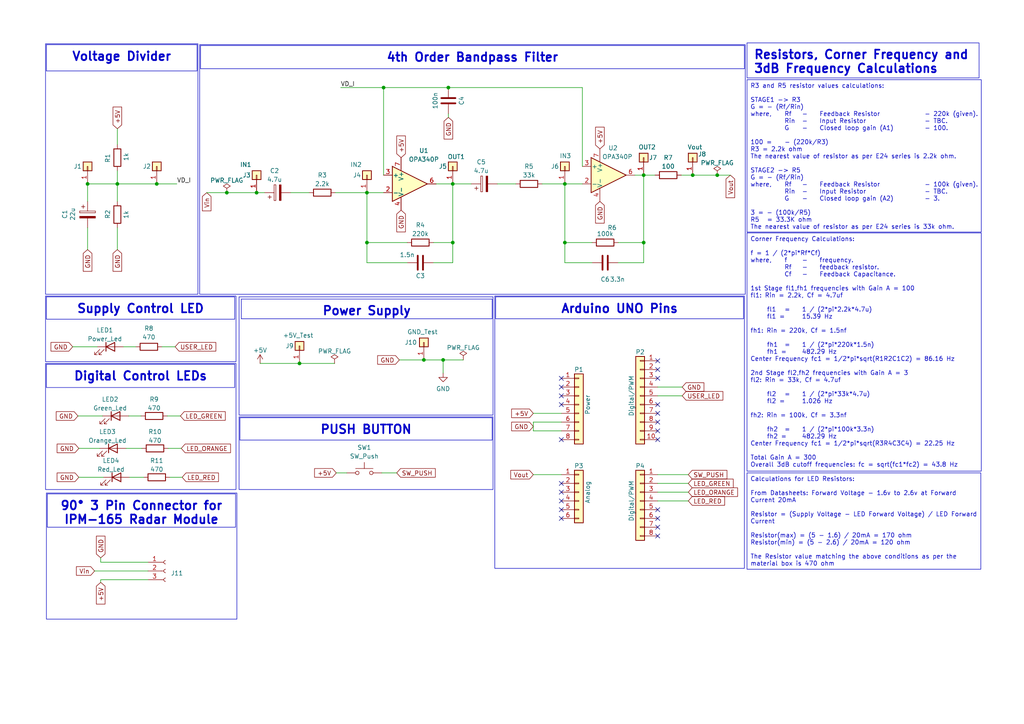
<source format=kicad_sch>
(kicad_sch (version 20230121) (generator eeschema)
  (paper "A4")
  (title_block (title "Movement Detector based on IPM-165 Radar Module") (date "2023-04-26") (rev "1,2") (company "HDA Student/Girish Tabaraddi; Ananya Harish; Drashti Shah") (comment 1 "Group D3"))
  (lib_symbols
    (symbol "Amplifier_Operational:OPA340P" (pin_names (offset 0.127))
      (property "Reference" "U" (at 0 6.35 0))
      (property "Value" "OPA340P" (at 0 3.81 0))
      (symbol "OPA340P_0_1"
        (polyline (pts (xy -5.08 5.08) (xy 5.08 0) (xy -5.08 -5.08) (xy -5.08 5.08)) (stroke (width 0.254)) (fill (type background)))
      )
      (symbol "OPA340P_1_1"
        (pin no_connect line (at -5.08 -2.54 90) (length 2.54) hide (name "NC") (number "1"))
        (pin input line (at -7.62 -2.54 0) (length 2.54) (name "-") (number "2"))
        (pin input line (at -7.62 2.54 0) (length 2.54) (name "+") (number "3"))
        (pin power_in line (at -2.54 -7.62 90) (length 3.81) (name "V-") (number "4"))
        (pin no_connect line (at -2.54 -2.54 90) (length 2.54) hide (name "NC") (number "5"))
        (pin output line (at 7.62 0 180) (length 2.54) (name "~") (number "6"))
        (pin power_in line (at -2.54 7.62 270) (length 3.81) (name "V+") (number "7"))
        (pin no_connect line (at 0 -2.54 90) (length 2.54) hide (name "NC") (number "8"))
      )
    )
    (symbol "Connector:Conn_01x03_Socket" (pin_names (offset 1.016) hide)
      (property "Reference" "J" (at 0 5.08 0))
      (property "Value" "Conn_01x03_Socket" (at 0 -5.08 0))
      (symbol "Conn_01x03_Socket_1_1"
        (arc (start 0 -2.032) (mid -0.5058 -2.54) (end 0 -3.048) (stroke (width 0.1524)))
        (polyline (pts (xy -1.27 -2.54) (xy -0.508 -2.54)) (stroke (width 0.1524)))
        (polyline (pts (xy -1.27 0) (xy -0.508 0)) (stroke (width 0.1524)))
        (polyline (pts (xy -1.27 2.54) (xy -0.508 2.54)) (stroke (width 0.1524)))
        (arc (start 0 0.508) (mid -0.5058 0) (end 0 -0.508) (stroke (width 0.1524)))
        (arc (start 0 3.048) (mid -0.5058 2.54) (end 0 2.032) (stroke (width 0.1524)))
        (pin passive line (at -5.08 2.54 0) (length 3.81) (name "Pin_1") (number "1"))
        (pin passive line (at -5.08 0 0) (length 3.81) (name "Pin_2") (number "2"))
        (pin passive line (at -5.08 -2.54 0) (length 3.81) (name "Pin_3") (number "3"))
      )
    )
    (symbol "Connector_Generic:Conn_01x01" (pin_names (offset 1.016) hide)
      (property "Reference" "J" (at 0 2.54 0))
      (property "Value" "Conn_01x01" (at 0 -2.54 0))
      (symbol "Conn_01x01_1_1"
        (rectangle (start -1.27 0.127) (end 0 -0.127) (stroke (width 0.1524)))
        (rectangle (start -1.27 1.27) (end 1.27 -1.27) (stroke (width 0.254)) (fill (type background)))
        (pin passive line (at -5.08 0 0) (length 3.81) (name "Pin_1") (number "1"))
      )
    )
    (symbol "Connector_Generic:Conn_01x06" (pin_names (offset 1.016) hide)
      (property "Reference" "J" (at 0 7.62 0))
      (property "Value" "Conn_01x06" (at 0 -10.16 0))
      (symbol "Conn_01x06_1_1"
        (rectangle (start -1.27 -7.493) (end 0 -7.747) (stroke (width 0.1524)))
        (rectangle (start -1.27 -4.953) (end 0 -5.207) (stroke (width 0.1524)))
        (rectangle (start -1.27 -2.413) (end 0 -2.667) (stroke (width 0.1524)))
        (rectangle (start -1.27 0.127) (end 0 -0.127) (stroke (width 0.1524)))
        (rectangle (start -1.27 2.667) (end 0 2.413) (stroke (width 0.1524)))
        (rectangle (start -1.27 5.207) (end 0 4.953) (stroke (width 0.1524)))
        (rectangle (start -1.27 6.35) (end 1.27 -8.89) (stroke (width 0.254)) (fill (type background)))
        (pin passive line (at -5.08 5.08 0) (length 3.81) (name "Pin_1") (number "1"))
        (pin passive line (at -5.08 2.54 0) (length 3.81) (name "Pin_2") (number "2"))
        (pin passive line (at -5.08 0 0) (length 3.81) (name "Pin_3") (number "3"))
        (pin passive line (at -5.08 -2.54 0) (length 3.81) (name "Pin_4") (number "4"))
        (pin passive line (at -5.08 -5.08 0) (length 3.81) (name "Pin_5") (number "5"))
        (pin passive line (at -5.08 -7.62 0) (length 3.81) (name "Pin_6") (number "6"))
      )
    )
    (symbol "Connector_Generic:Conn_01x08" (pin_names (offset 1.016) hide)
      (property "Reference" "J" (at 0 10.16 0))
      (property "Value" "Conn_01x08" (at 0 -12.7 0))
      (symbol "Conn_01x08_1_1"
        (rectangle (start -1.27 -10.033) (end 0 -10.287) (stroke (width 0.1524)))
        (rectangle (start -1.27 -7.493) (end 0 -7.747) (stroke (width 0.1524)))
        (rectangle (start -1.27 -4.953) (end 0 -5.207) (stroke (width 0.1524)))
        (rectangle (start -1.27 -2.413) (end 0 -2.667) (stroke (width 0.1524)))
        (rectangle (start -1.27 0.127) (end 0 -0.127) (stroke (width 0.1524)))
        (rectangle (start -1.27 2.667) (end 0 2.413) (stroke (width 0.1524)))
        (rectangle (start -1.27 5.207) (end 0 4.953) (stroke (width 0.1524)))
        (rectangle (start -1.27 7.747) (end 0 7.493) (stroke (width 0.1524)))
        (rectangle (start -1.27 8.89) (end 1.27 -11.43) (stroke (width 0.254)) (fill (type background)))
        (pin passive line (at -5.08 7.62 0) (length 3.81) (name "Pin_1") (number "1"))
        (pin passive line (at -5.08 5.08 0) (length 3.81) (name "Pin_2") (number "2"))
        (pin passive line (at -5.08 2.54 0) (length 3.81) (name "Pin_3") (number "3"))
        (pin passive line (at -5.08 0 0) (length 3.81) (name "Pin_4") (number "4"))
        (pin passive line (at -5.08 -2.54 0) (length 3.81) (name "Pin_5") (number "5"))
        (pin passive line (at -5.08 -5.08 0) (length 3.81) (name "Pin_6") (number "6"))
        (pin passive line (at -5.08 -7.62 0) (length 3.81) (name "Pin_7") (number "7"))
        (pin passive line (at -5.08 -10.16 0) (length 3.81) (name "Pin_8") (number "8"))
      )
    )
    (symbol "Connector_Generic:Conn_01x10" (pin_names (offset 1.016) hide)
      (property "Reference" "J" (at 0 12.7 0))
      (property "Value" "Conn_01x10" (at 0 -15.24 0))
      (symbol "Conn_01x10_1_1"
        (rectangle (start -1.27 -12.573) (end 0 -12.827) (stroke (width 0.1524)))
        (rectangle (start -1.27 -10.033) (end 0 -10.287) (stroke (width 0.1524)))
        (rectangle (start -1.27 -7.493) (end 0 -7.747) (stroke (width 0.1524)))
        (rectangle (start -1.27 -4.953) (end 0 -5.207) (stroke (width 0.1524)))
        (rectangle (start -1.27 -2.413) (end 0 -2.667) (stroke (width 0.1524)))
        (rectangle (start -1.27 0.127) (end 0 -0.127) (stroke (width 0.1524)))
        (rectangle (start -1.27 2.667) (end 0 2.413) (stroke (width 0.1524)))
        (rectangle (start -1.27 5.207) (end 0 4.953) (stroke (width 0.1524)))
        (rectangle (start -1.27 7.747) (end 0 7.493) (stroke (width 0.1524)))
        (rectangle (start -1.27 10.287) (end 0 10.033) (stroke (width 0.1524)))
        (rectangle (start -1.27 11.43) (end 1.27 -13.97) (stroke (width 0.254)) (fill (type background)))
        (pin passive line (at -5.08 10.16 0) (length 3.81) (name "Pin_1") (number "1"))
        (pin passive line (at -5.08 -12.7 0) (length 3.81) (name "Pin_10") (number "10"))
        (pin passive line (at -5.08 7.62 0) (length 3.81) (name "Pin_2") (number "2"))
        (pin passive line (at -5.08 5.08 0) (length 3.81) (name "Pin_3") (number "3"))
        (pin passive line (at -5.08 2.54 0) (length 3.81) (name "Pin_4") (number "4"))
        (pin passive line (at -5.08 0 0) (length 3.81) (name "Pin_5") (number "5"))
        (pin passive line (at -5.08 -2.54 0) (length 3.81) (name "Pin_6") (number "6"))
        (pin passive line (at -5.08 -5.08 0) (length 3.81) (name "Pin_7") (number "7"))
        (pin passive line (at -5.08 -7.62 0) (length 3.81) (name "Pin_8") (number "8"))
        (pin passive line (at -5.08 -10.16 0) (length 3.81) (name "Pin_9") (number "9"))
      )
    )
    (symbol "Device:C" (pin_numbers hide) (pin_names (offset 0.254))
      (property "Reference" "C" (at 0.635 2.54 0))
      (property "Value" "C" (at 0.635 -2.54 0))
      (symbol "C_0_1"
        (polyline (pts (xy -2.032 -0.762) (xy 2.032 -0.762)) (stroke (width 0.508)))
        (polyline (pts (xy -2.032 0.762) (xy 2.032 0.762)) (stroke (width 0.508)))
      )
      (symbol "C_1_1"
        (pin passive line (at 0 3.81 270) (length 2.794) (name "~") (number "1"))
        (pin passive line (at 0 -3.81 90) (length 2.794) (name "~") (number "2"))
      )
    )
    (symbol "Device:C_Polarized" (pin_numbers hide) (pin_names (offset 0.254))
      (property "Reference" "C" (at 0.635 2.54 0))
      (property "Value" "C_Polarized" (at 0.635 -2.54 0))
      (symbol "C_Polarized_0_1"
        (rectangle (start -2.286 0.508) (end 2.286 1.016))
        (polyline (pts (xy -1.778 2.286) (xy -0.762 2.286)))
        (polyline (pts (xy -1.27 2.794) (xy -1.27 1.778)))
        (rectangle (start 2.286 -0.508) (end -2.286 -1.016) (fill (type outline)))
      )
      (symbol "C_Polarized_1_1"
        (pin passive line (at 0 3.81 270) (length 2.794) (name "~") (number "1"))
        (pin passive line (at 0 -3.81 90) (length 2.794) (name "~") (number "2"))
      )
    )
    (symbol "Device:LED" (pin_numbers hide) (pin_names (offset 1.016) hide)
      (property "Reference" "D" (at 0 2.54 0))
      (property "Value" "LED" (at 0 -2.54 0))
      (symbol "LED_0_1"
        (polyline (pts (xy -1.27 -1.27) (xy -1.27 1.27)) (stroke (width 0.254)))
        (polyline (pts (xy -1.27 0) (xy 1.27 0)))
        (polyline (pts (xy 1.27 -1.27) (xy 1.27 1.27) (xy -1.27 0) (xy 1.27 -1.27)) (stroke (width 0.254)))
        (polyline (pts (xy -3.048 -0.762) (xy -4.572 -2.286) (xy -3.81 -2.286) (xy -4.572 -2.286) (xy -4.572 -1.524)))
        (polyline (pts (xy -1.778 -0.762) (xy -3.302 -2.286) (xy -2.54 -2.286) (xy -3.302 -2.286) (xy -3.302 -1.524)))
      )
      (symbol "LED_1_1"
        (pin passive line (at -3.81 0 0) (length 2.54) (name "K") (number "1"))
        (pin passive line (at 3.81 0 180) (length 2.54) (name "A") (number "2"))
      )
    )
    (symbol "Device:R" (pin_numbers hide) (pin_names (offset 0))
      (property "Reference" "R" (at 2.032 0 90))
      (property "Value" "R" (at 0 0 90))
      (symbol "R_0_1"
        (rectangle (start -1.016 -2.54) (end 1.016 2.54) (stroke (width 0.254)))
      )
      (symbol "R_1_1"
        (pin passive line (at 0 3.81 270) (length 1.27) (name "~") (number "1"))
        (pin passive line (at 0 -3.81 90) (length 1.27) (name "~") (number "2"))
      )
    )
    (symbol "Switch:SW_Push" (pin_numbers hide) (pin_names (offset 1.016) hide)
      (property "Reference" "SW" (at 1.27 2.54 0))
      (property "Value" "SW_Push" (at 0 -1.524 0))
      (symbol "SW_Push_0_1"
        (circle (center -2.032 0) (radius 0.508))
        (polyline (pts (xy 0 1.27) (xy 0 3.048)))
        (polyline (pts (xy 2.54 1.27) (xy -2.54 1.27)))
        (circle (center 2.032 0) (radius 0.508))
        (pin passive line (at -5.08 0 0) (length 2.54) (name "1") (number "1"))
        (pin passive line (at 5.08 0 180) (length 2.54) (name "2") (number "2"))
      )
    )
    (symbol "power:+5V" (power) (pin_names (offset 0))
      (property "Value" "+5V" (at 0 3.556 0))
      (symbol "+5V_0_1"
        (polyline (pts (xy -0.762 1.27) (xy 0 2.54)))
        (polyline (pts (xy 0 0) (xy 0 2.54)))
        (polyline (pts (xy 0 2.54) (xy 0.762 1.27)))
      )
      (symbol "+5V_1_1"
        (pin power_in line (at 0 0 90) (length 0) hide (name "+5V") (number "1"))
      )
    )
    (symbol "power:GND" (power) (pin_names (offset 0))
      (property "Value" "GND" (at 0 -3.81 0))
      (symbol "GND_0_1"
        (polyline (pts (xy 0 0) (xy 0 -1.27) (xy 1.27 -1.27) (xy 0 -2.54) (xy -1.27 -1.27) (xy 0 -1.27)))
      )
      (symbol "GND_1_1"
        (pin power_in line (at 0 0 270) (length 0) hide (name "GND") (number "1"))
      )
    )
    (symbol "power:PWR_FLAG" (power) (pin_numbers hide) (pin_names (offset 0) hide)
      (property "Value" "PWR_FLAG" (at 0 3.81 0))
      (symbol "PWR_FLAG_0_0"
        (pin power_out line (at 0 0 90) (length 0) (name "pwr") (number "1"))
      )
      (symbol "PWR_FLAG_0_1"
        (polyline (pts (xy 0 0) (xy 0 1.27) (xy -1.016 1.905) (xy 0 2.54) (xy 1.016 1.905) (xy 0 1.27)))
      )
    )
  )
  (junction (at 106.426 70.358))
  (junction (at 45.466 53.34))
  (junction (at 122.936 104.394))
  (junction (at 186.69 70.358))
  (junction (at 34.036 53.34))
  (junction (at 106.426 55.88))
  (junction (at 131.318 70.358))
  (junction (at 200.914 50.8))
  (junction (at 111.252 25.4))
  (junction (at 74.422 55.88))
  (junction (at 163.83 53.34))
  (junction (at 208.026 50.8))
  (junction (at 65.786 55.88))
  (junction (at 130.048 25.4))
  (junction (at 128.524 104.394))
  (junction (at 186.69 50.8))
  (junction (at 25.4 53.34))
  (junction (at 163.83 70.358))
  (junction (at 86.868 105.41))
  (junction (at 131.318 53.34))
  (no_connect (at 162.814 147.828))
  (no_connect (at 162.814 142.748))
  (no_connect (at 190.754 119.888))
  (no_connect (at 190.754 150.368))
  (no_connect (at 190.754 155.448))
  (no_connect (at 190.754 109.728))
  (no_connect (at 162.814 140.208))
  (no_connect (at 190.754 152.908))
  (no_connect (at 190.754 124.968))
  (no_connect (at 162.814 114.808))
  (no_connect (at 190.754 147.828))
  (no_connect (at 162.814 150.368))
  (no_connect (at 190.754 107.188))
  (no_connect (at 190.754 104.648))
  (no_connect (at 190.754 117.348))
  (no_connect (at 190.754 127.508))
  (no_connect (at 162.814 112.268))
  (no_connect (at 162.814 145.288))
  (no_connect (at 162.814 117.348))
  (no_connect (at 162.814 109.728))
  (no_connect (at 162.814 127.508))
  (no_connect (at 190.754 122.428))
  (wire (pts (xy 154.686 119.888) (xy 162.814 119.888)))
  (wire (pts (xy 29.21 168.148) (xy 42.926 168.148)))
  (wire (pts (xy 110.744 137.16) (xy 115.062 137.16)))
  (wire (pts (xy 65.786 55.88) (xy 74.422 55.88)))
  (wire (pts (xy 74.422 55.88) (xy 76.708 55.88)))
  (wire (pts (xy 190.754 140.208) (xy 199.644 140.208)))
  (wire (pts (xy 162.814 124.968) (xy 154.686 124.968)))
  (wire (pts (xy 29.21 163.068) (xy 29.21 161.798)))
  (wire (pts (xy 157.226 53.34) (xy 163.83 53.34)))
  (wire (pts (xy 208.026 50.8) (xy 211.836 50.8)))
  (wire (pts (xy 35.814 100.584) (xy 39.37 100.584)))
  (wire (pts (xy 163.83 76.2) (xy 171.704 76.2)))
  (wire (pts (xy 128.524 104.394) (xy 134.366 104.394)))
  (wire (pts (xy 190.754 114.808) (xy 197.866 114.808)))
  (wire (pts (xy 106.426 76.2) (xy 106.426 70.358)))
  (wire (pts (xy 144.272 53.34) (xy 149.606 53.34)))
  (wire (pts (xy 27.432 165.608) (xy 42.926 165.608)))
  (wire (pts (xy 86.868 105.41) (xy 97.028 105.41)))
  (wire (pts (xy 29.21 168.91) (xy 29.21 168.148)))
  (wire (pts (xy 130.048 25.4) (xy 168.91 25.4)))
  (wire (pts (xy 34.036 66.04) (xy 34.036 72.39)))
  (wire (pts (xy 179.324 76.2) (xy 186.69 76.2)))
  (wire (pts (xy 106.426 55.88) (xy 106.426 70.358)))
  (wire (pts (xy 154.686 122.428) (xy 154.686 124.968)))
  (wire (pts (xy 111.252 55.88) (xy 106.426 55.88)))
  (wire (pts (xy 37.338 120.65) (xy 40.894 120.65)))
  (wire (pts (xy 154.686 137.668) (xy 162.814 137.668)))
  (wire (pts (xy 126.492 53.34) (xy 131.318 53.34)))
  (wire (pts (xy 131.318 53.34) (xy 136.652 53.34)))
  (wire (pts (xy 84.328 55.88) (xy 89.662 55.88)))
  (wire (pts (xy 22.606 120.65) (xy 29.718 120.65)))
  (wire (pts (xy 190.754 137.668) (xy 199.644 137.668)))
  (wire (pts (xy 186.69 70.358) (xy 186.69 76.2)))
  (wire (pts (xy 122.936 104.394) (xy 128.524 104.394)))
  (wire (pts (xy 21.082 100.584) (xy 28.194 100.584)))
  (wire (pts (xy 25.4 58.42) (xy 25.4 53.34)))
  (wire (pts (xy 163.83 53.34) (xy 163.83 70.358)))
  (wire (pts (xy 115.824 104.394) (xy 122.936 104.394)))
  (wire (pts (xy 179.324 70.358) (xy 186.69 70.358)))
  (wire (pts (xy 125.73 76.2) (xy 131.318 76.2)))
  (wire (pts (xy 25.4 66.04) (xy 25.4 72.39)))
  (wire (pts (xy 25.4 53.34) (xy 34.036 53.34)))
  (wire (pts (xy 36.576 130.048) (xy 41.148 130.048)))
  (wire (pts (xy 163.83 70.358) (xy 171.704 70.358)))
  (wire (pts (xy 111.252 50.8) (xy 111.252 25.4)))
  (wire (pts (xy 48.514 120.65) (xy 52.324 120.65)))
  (wire (pts (xy 42.926 163.068) (xy 29.21 163.068)))
  (wire (pts (xy 106.426 70.358) (xy 118.11 70.358)))
  (wire (pts (xy 190.754 112.268) (xy 197.866 112.268)))
  (wire (pts (xy 131.318 76.2) (xy 131.318 70.358)))
  (wire (pts (xy 168.91 25.4) (xy 168.91 48.26)))
  (wire (pts (xy 22.86 138.43) (xy 29.972 138.43)))
  (wire (pts (xy 200.914 50.8) (xy 208.026 50.8)))
  (wire (pts (xy 59.944 55.88) (xy 65.786 55.88)))
  (wire (pts (xy 131.318 70.358) (xy 131.318 53.34)))
  (wire (pts (xy 190.754 142.748) (xy 199.644 142.748)))
  (wire (pts (xy 34.036 37.338) (xy 34.036 41.91)))
  (wire (pts (xy 111.252 25.4) (xy 130.048 25.4)))
  (wire (pts (xy 130.048 33.02) (xy 130.048 34.036)))
  (wire (pts (xy 118.11 76.2) (xy 106.426 76.2)))
  (wire (pts (xy 97.536 137.16) (xy 100.584 137.16)))
  (wire (pts (xy 45.466 53.34) (xy 51.308 53.34)))
  (wire (pts (xy 22.86 130.048) (xy 28.956 130.048)))
  (wire (pts (xy 37.592 138.43) (xy 41.656 138.43)))
  (wire (pts (xy 184.15 50.8) (xy 186.69 50.8)))
  (wire (pts (xy 34.036 53.34) (xy 45.466 53.34)))
  (wire (pts (xy 48.768 130.048) (xy 52.578 130.048)))
  (wire (pts (xy 98.806 25.4) (xy 111.252 25.4)))
  (wire (pts (xy 49.276 138.43) (xy 52.832 138.43)))
  (wire (pts (xy 34.036 49.53) (xy 34.036 53.34)))
  (wire (pts (xy 163.83 53.34) (xy 168.91 53.34)))
  (wire (pts (xy 186.69 50.8) (xy 189.992 50.8)))
  (wire (pts (xy 197.612 50.8) (xy 200.914 50.8)))
  (wire (pts (xy 46.99 100.584) (xy 50.8 100.584)))
  (wire (pts (xy 128.524 104.394) (xy 128.524 108.204)))
  (wire (pts (xy 162.814 122.428) (xy 154.686 122.428)))
  (wire (pts (xy 75.438 105.41) (xy 86.868 105.41)))
  (wire (pts (xy 190.754 145.288) (xy 199.644 145.288)))
  (wire (pts (xy 186.69 50.8) (xy 186.69 70.358)))
  (wire (pts (xy 163.83 70.358) (xy 163.83 76.2)))
  (wire (pts (xy 34.036 53.34) (xy 34.036 58.42)))
  (wire (pts (xy 97.282 55.88) (xy 106.426 55.88)))
  (wire (pts (xy 125.73 70.358) (xy 131.318 70.358)))
  (rectangle (start 13.208 85.852) (end 68.453 104.902))
  (rectangle (start 69.342 86.106) (end 143.002 120.396))
  (rectangle (start 13.208 12.7) (end 57.404 85.344))
  (rectangle (start 13.462 143.002) (end 68.707 179.578))
  (rectangle (start 13.208 105.41) (end 68.453 141.986))
  (rectangle (start 69.342 120.904) (end 143.002 141.986))
  (rectangle (start 57.912 12.954) (end 216.154 85.344))
  (rectangle (start 143.51 85.852) (end 215.9 164.846))
  (text_box "Power Supply" (at 69.977 86.741 0) (size 72.771 5.715) (effects (font (size 2.5 2.5) bold) (justify top)))
  (text_box "90° 3 Pin Connector for IPM-165 Radar Module" (at 13.716 143.256 0) (size 54.61 9.652) (effects (font (size 2.5 2.5) (thickness 0.5) bold) (justify top)))
  (text_box "R3 and R5 resistor values calculations:\n\nSTAGE1 -> R3\nG =	- (Rf/Rin)\nwhere, 	Rf	-	Feedback Resistor 		- 220k (given).\n		Rin	- 	Input Resistor 			- TBC.\n		G	- 	Closed loop gain (A1)	- 100.\n\n100 =	- (220k/R3)\nR3 = 2.2k ohm\nThe nearest value of resistor as per E24 series is 2.2k ohm. \n\nSTAGE2 -> R5\nG =	- (Rf/Rin)\nwhere, 	Rf	-	Feedback Resistor 		- 100k (given).\n		Rin	- 	Input Resistor 			- TBC.\n		G	- 	Closed loop gain (A2)	- 3.\n\n3 = - (100k/R5)\nR5	= 33.3K ohm\nThe nearest value of resistor as per E24 series is 33k ohm. " (at 216.662 23.114 0) (size 67.945 44.196) (effects (font (size 1.27 1.27)) (justify left top)))
  (text_box "Arduino UNO Pins" (at 143.764 86.106 0) (size 71.882 6.35) (effects (font (size 2.5 2.5) (thickness 0.5) bold) (justify top)))
  (text_box "Corner Frequency Calculations:\n\nf = 1 / (2*pi*Rf*Cf)\nwhere, 	f	-	frequency.\n		Rf	- 	feedback resistor.\n		Cf	- 	Feedback Capacitance.\n\n1st Stage fl1,fh1 frequencies with Gain A = 100\nfl1: Rin = 2.2k, Cf = 4.7uf\n\n	fl1	=	1 / (2*pi*2.2k*4.7u)\n	fl1 = 	15.39 Hz\n\nfh1: Rin = 220k, Cf = 1.5nf\n\n	fh1	=	1 / (2*pi*220k*1.5n)\n	fh1 = 	482.29 Hz\nCenter Frequency fc1 = 1/2*pi*sqrt(R1R2C1C2) = 86.16 Hz\n\n2nd Stage fl2,fh2 frequencies with Gain A = 3\nfl2: Rin = 33k, Cf = 4.7uf\n\n	fl2	=	1 / (2*pi*33k*4.7u)\n	fl2 = 	1.026 Hz\n\nfh2: Rin = 100k, Cf = 3.3nf\n\n	fh2	=	1 / (2*pi*100k*3.3n)\n	fh2 = 	482.29 Hz\nCenter Frequency fc1 = 1/2*pi*sqrt(R3R4C3C4) = 22.25 Hz\n\nTotal Gain A = 300\nOverall 3dB cutoff frequencies: fc = sqrt(fc1*fc2) = 43.8 Hz" (at 216.662 67.564 0) (size 67.945 69.088) (effects (font (size 1.27 1.27)) (justify left top)))
  (text_box "Calculations for LED Resistors:\n\nFrom Datasheets: Forward Voltage - 1.6v to 2.6v at Forward Current 20mA\n\nResistor = (Supply Voltage - LED Forward Voltage) / LED Forward Current\n\nResistor(max) = (5 - 1.6) / 20mA = 170 ohm\nResistor(min) = (5 - 2.6) / 20mA = 120 ohm\n\nThe Resistor value matching the above conditions as per the material box is 470 ohm" (at 216.662 137.16 0) (size 67.818 27.94) (effects (font (size 1.27 1.27)) (justify left top)))
  (text_box "4th Order Bandpass Filter" (at 58.166 13.208 0) (size 157.734 6.731) (effects (font (size 2.5 2.5) bold) (justify top)))
  (text_box "Voltage Divider" (at 13.462 12.954 0) (size 43.688 7.62) (effects (font (size 2.5 2.5) (thickness 0.5) bold) (justify top)))
  (text_box "Resistors, Corner Frequency and 3dB Frequency Calculations" (at 216.662 12.446 0) (size 67.31 10.16) (effects (font (size 2.5 2.5) (thickness 0.5) bold) (justify left top)))
  (text_box "Supply Control LED" (at 13.462 86.106 0) (size 54.61 6.477) (effects (font (size 2.5 2.5) bold) (justify top)))
  (text_box "Digital Control LEDs" (at 13.462 105.664 0) (size 54.61 6.731) (effects (font (size 2.5 2.5) (thickness 0.5) bold) (justify top)))
  (text_box "PUSH BUTTON" (at 69.596 121.158 0) (size 73.152 6.477) (effects (font (size 2.5 2.5) bold) (justify top)))
  (label "VD_I" (at 51.308 53.34 0))
  (label "VD_I" (at 98.806 25.4 0))
  (global_label "GND" (shape input) (at 22.606 120.65 180) (property "Intersheetrefs" "${INTERSHEET_REFS}" (effects hide)))
  (global_label "Vin" (shape input) (at 59.944 55.88 270) (property "Intersheetrefs" "${INTERSHEET_REFS}" (effects hide)))
  (global_label "GND" (shape input) (at 197.866 112.268 0) (property "Intersheetrefs" "${INTERSHEET_REFS}" (effects hide)))
  (global_label "GND" (shape input) (at 154.686 123.698 180) (property "Intersheetrefs" "${INTERSHEET_REFS}" (effects hide)))
  (global_label "GND" (shape input) (at 25.4 72.39 270) (property "Intersheetrefs" "${INTERSHEET_REFS}" (effects hide)))
  (global_label "LED_GREEN" (shape input) (at 52.324 120.65 0) (property "Intersheetrefs" "${INTERSHEET_REFS}" (effects hide)))
  (global_label "+5V" (shape input) (at 173.99 43.18 90) (property "Intersheetrefs" "${INTERSHEET_REFS}" (effects hide)))
  (global_label "USER_LED" (shape input) (at 50.8 100.584 0) (property "Intersheetrefs" "${INTERSHEET_REFS}" (effects hide)))
  (global_label "GND" (shape input) (at 130.048 34.036 270) (property "Intersheetrefs" "${INTERSHEET_REFS}" (effects hide)))
  (global_label "GND" (shape input) (at 22.86 130.048 180) (property "Intersheetrefs" "${INTERSHEET_REFS}" (effects hide)))
  (global_label "GND" (shape input) (at 115.824 104.394 180) (property "Intersheetrefs" "${INTERSHEET_REFS}" (effects hide)))
  (global_label "Vout" (shape input) (at 211.836 50.8 270) (property "Intersheetrefs" "${INTERSHEET_REFS}" (effects hide)))
  (global_label "+5V" (shape input) (at 154.686 119.888 180) (property "Intersheetrefs" "${INTERSHEET_REFS}" (effects hide)))
  (global_label "+5V" (shape input) (at 116.332 45.72 90) (property "Intersheetrefs" "${INTERSHEET_REFS}" (effects hide)))
  (global_label "+5V" (shape input) (at 97.536 137.16 180) (property "Intersheetrefs" "${INTERSHEET_REFS}" (effects hide)))
  (global_label "LED_RED" (shape input) (at 52.832 138.43 0) (property "Intersheetrefs" "${INTERSHEET_REFS}" (effects hide)))
  (global_label "LED_RED" (shape input) (at 199.644 145.288 0) (property "Intersheetrefs" "${INTERSHEET_REFS}" (effects hide)))
  (global_label "GND" (shape input) (at 21.082 100.584 180) (property "Intersheetrefs" "${INTERSHEET_REFS}" (effects hide)))
  (global_label "GND" (shape input) (at 22.86 138.43 180) (property "Intersheetrefs" "${INTERSHEET_REFS}" (effects hide)))
  (global_label "GND" (shape input) (at 29.21 161.798 90) (property "Intersheetrefs" "${INTERSHEET_REFS}" (effects hide)))
  (global_label "+5V" (shape input) (at 29.21 168.91 270) (property "Intersheetrefs" "${INTERSHEET_REFS}" (effects hide)))
  (global_label "Vin" (shape input) (at 27.432 165.608 180) (property "Intersheetrefs" "${INTERSHEET_REFS}" (effects hide)))
  (global_label "GND" (shape input) (at 34.036 72.39 270) (property "Intersheetrefs" "${INTERSHEET_REFS}" (effects hide)))
  (global_label "SW_PUSH" (shape input) (at 199.644 137.668 0) (property "Intersheetrefs" "${INTERSHEET_REFS}" (effects hide)))
  (global_label "LED_ORANGE" (shape input) (at 199.644 142.748 0) (property "Intersheetrefs" "${INTERSHEET_REFS}" (effects hide)))
  (global_label "LED_ORANGE" (shape input) (at 52.578 130.048 0) (property "Intersheetrefs" "${INTERSHEET_REFS}" (effects hide)))
  (global_label "+5V" (shape input) (at 34.036 37.338 90) (property "Intersheetrefs" "${INTERSHEET_REFS}" (effects hide)))
  (global_label "USER_LED" (shape input) (at 197.866 114.808 0) (property "Intersheetrefs" "${INTERSHEET_REFS}" (effects hide)))
  (global_label "GND" (shape input) (at 173.99 58.42 270) (property "Intersheetrefs" "${INTERSHEET_REFS}" (effects hide)))
  (global_label "LED_GREEN" (shape input) (at 199.644 140.208 0) (property "Intersheetrefs" "${INTERSHEET_REFS}" (effects hide)))
  (global_label "GND" (shape input) (at 116.332 60.96 270) (property "Intersheetrefs" "${INTERSHEET_REFS}" (effects hide)))
  (global_label "Vout" (shape input) (at 154.686 137.668 180) (property "Intersheetrefs" "${INTERSHEET_REFS}" (effects hide)))
  (global_label "SW_PUSH" (shape input) (at 115.062 137.16 0) (property "Intersheetrefs" "${INTERSHEET_REFS}" (effects hide)))
  (symbol (lib_id "Connector_Generic:Conn_01x08") (at 167.894 117.348 0) (unit 1)
    (property "Reference" "P1" (at 167.894 107.188 0))
    (property "Value" "Power" (at 170.434 117.348 90))
    (property "Footprint" "Connector_PinSocket_2.54mm:PinSocket_1x08_P2.54mm_Vertical" (effects hide))
  )
  (symbol (lib_id "Connector_Generic:Conn_01x10") (at 185.674 114.808 0) (mirror y) (unit 1)
    (property "Reference" "P2" (at 185.674 102.108 0))
    (property "Value" "Digital/PWM" (at 183.134 114.808 90))
    (property "Footprint" "Connector_PinSocket_2.54mm:PinSocket_1x10_P2.54mm_Vertical" (effects hide))
  )
  (symbol (lib_id "Connector_Generic:Conn_01x06") (at 167.894 142.748 0) (unit 1)
    (property "Reference" "P3" (at 167.894 135.128 0))
    (property "Value" "Analog" (at 170.434 142.748 90))
    (property "Footprint" "Connector_PinSocket_2.54mm:PinSocket_1x06_P2.54mm_Vertical" (effects hide))
  )
  (symbol (lib_id "Connector_Generic:Conn_01x08") (at 185.674 145.288 0) (mirror y) (unit 1)
    (property "Reference" "P4" (at 185.674 135.128 0))
    (property "Value" "Digital/PWM" (at 183.134 145.288 90))
    (property "Footprint" "Connector_PinSocket_2.54mm:PinSocket_1x08_P2.54mm_Vertical" (effects hide))
  )
  (symbol (lib_id "Device:LED") (at 32.766 130.048 0) (unit 1)
    (property "Reference" "LED3" (at 31.1785 125.222 0))
    (property "Value" "Orange_Led" (at 31.1785 127.762 0))
    (property "Footprint" "LED_THT:LED_D5.0mm" (effects hide))
  )
  (symbol (lib_id "Device:C") (at 130.048 29.21 180) (unit 1)
    (property "Reference" "C4" (at 133.858 29.21 90))
    (property "Value" "100n" (at 126.238 29.21 90))
    (property "Footprint" "Capacitor_THT:C_Rect_L7.2mm_W2.5mm_P5.00mm_FKS2_FKP2_MKS2_MKP2" (effects hide))
  )
  (symbol (lib_id "Connector_Generic:Conn_01x01") (at 122.936 99.314 90) (unit 1)
    (property "Reference" "J10" (at 117.348 99.314 90) (effects (justify right)))
    (property "Value" "GND_Test" (at 118.11 96.266 90) (effects (justify right)))
    (property "Footprint" "Connector_Pin:Pin_D1.2mm_L10.2mm_W2.9mm_FlatFork" (effects hide))
  )
  (symbol (lib_id "Device:R") (at 44.958 130.048 90) (unit 1)
    (property "Reference" "R10" (at 44.958 125.222 90))
    (property "Value" "470" (at 44.958 127.762 90))
    (property "Footprint" "Resistor_THT:R_Axial_DIN0207_L6.3mm_D2.5mm_P10.16mm_Horizontal" (effects hide))
    (property "Datasheet" "https://cdn-reichelt.de/documents/datenblatt/B400/METALL%23YAG.pdf" (effects hide))
  )
  (symbol (lib_id "power:PWR_FLAG") (at 65.786 55.88 0) (unit 1)
    (property "Reference" "#FLG04" (effects hide))
    (property "Value" "PWR_FLAG" (at 65.786 52.324 0))
  )
  (symbol (lib_id "Connector_Generic:Conn_01x01") (at 86.868 100.33 90) (unit 1)
    (property "Reference" "J9" (at 82.804 100.33 90) (effects (justify right)))
    (property "Value" "+5V_Test" (at 82.042 97.282 90) (effects (justify right)))
    (property "Footprint" "Connector_Pin:Pin_D1.2mm_L10.2mm_W2.9mm_FlatFork" (effects hide))
  )
  (symbol (lib_id "Device:R") (at 43.18 100.584 90) (unit 1)
    (property "Reference" "R8" (at 43.18 95.25 90))
    (property "Value" "470" (at 43.18 97.79 90))
    (property "Footprint" "Resistor_THT:R_Axial_DIN0207_L6.3mm_D2.5mm_P10.16mm_Horizontal" (effects hide))
    (property "Datasheet" "https://cdn-reichelt.de/documents/datenblatt/B400/METALL%23YAG.pdf" (effects hide))
  )
  (symbol (lib_id "Switch:SW_Push") (at 105.664 137.16 0) (unit 1)
    (property "Reference" "SW1" (at 105.664 129.794 0))
    (property "Value" "SW_Push" (at 105.664 132.334 0))
    (property "Footprint" "Button_Switch_THT:SW_PUSH_6mm_H7.3mm" (effects hide))
    (property "Datasheet" "https://www.distrelec.de/Web/Downloads/_t/ds/RND%20210-00194_eng_tds.pdf" (effects hide))
  )
  (symbol (lib_id "Connector_Generic:Conn_01x01") (at 131.318 48.26 90) (unit 1)
    (property "Reference" "J5" (at 127.254 48.26 90) (effects (justify right)))
    (property "Value" "OUT1" (at 129.794 45.466 90) (effects (justify right)))
    (property "Footprint" "Connector_Pin:Pin_D1.2mm_L10.2mm_W2.9mm_FlatFork" (effects hide))
  )
  (symbol (lib_id "Device:LED") (at 33.782 138.43 0) (unit 1)
    (property "Reference" "LED4" (at 32.1945 133.604 0))
    (property "Value" "Red_Led" (at 32.1945 136.144 0))
    (property "Footprint" "LED_THT:LED_D5.0mm" (effects hide))
  )
  (symbol (lib_id "Device:C_Polarized") (at 80.518 55.88 90) (unit 1)
    (property "Reference" "C2" (at 79.629 49.53 90))
    (property "Value" "4.7u" (at 79.629 52.07 90))
    (property "Footprint" "Capacitor_THT:CP_Radial_D6.3mm_P2.50mm" (effects hide))
  )
  (symbol (lib_id "Connector_Generic:Conn_01x01") (at 186.69 45.72 90) (unit 1)
    (property "Reference" "J7" (at 188.214 45.72 90) (effects (justify right)))
    (property "Value" "OUT2" (at 185.166 42.672 90) (effects (justify right)))
    (property "Footprint" "Connector_Pin:Pin_D1.2mm_L10.2mm_W2.9mm_FlatFork" (effects hide))
  )
  (symbol (lib_id "power:GND") (at 128.524 108.204 0) (unit 1)
    (property "Reference" "#PWR05" (effects hide))
    (property "Value" "GND" (at 128.524 112.776 0))
  )
  (symbol (lib_id "Device:R") (at 34.036 62.23 0) (unit 1)
    (property "Reference" "R2" (at 31.242 63.5 90) (effects (justify left)))
    (property "Value" "1k" (at 36.576 63.5 90) (effects (justify left)))
    (property "Footprint" "Resistor_THT:R_Axial_DIN0207_L6.3mm_D2.5mm_P10.16mm_Horizontal" (effects hide))
    (property "Datasheet" "https://cdn-reichelt.de/documents/datenblatt/B400/METALL%23YAG.pdf" (effects hide))
  )
  (symbol (lib_id "Device:LED") (at 32.004 100.584 0) (unit 1)
    (property "Reference" "LED1" (at 30.4165 95.758 0))
    (property "Value" "Power_Led" (at 30.4165 98.298 0))
    (property "Footprint" "LED_THT:LED_D5.0mm" (effects hide))
    (property "Datasheet" "https://www.distrelec.de/Web/Downloads/_t/ds/RND%20135-00134_eng_tds.pdf" (effects hide))
  )
  (symbol (lib_id "Connector_Generic:Conn_01x01") (at 25.4 48.26 90) (unit 1)
    (property "Reference" "J1" (at 21.336 48.26 90) (effects (justify right)))
    (property "Footprint" "Connector_Pin:Pin_D1.2mm_L10.2mm_W2.9mm_FlatFork" (effects hide))
  )
  (symbol (lib_id "power:PWR_FLAG") (at 134.366 104.394 0) (unit 1)
    (property "Reference" "#FLG07" (effects hide))
    (property "Value" "PWR_FLAG" (at 134.366 100.838 0))
  )
  (symbol (lib_id "Device:C") (at 121.92 76.2 90) (unit 1)
    (property "Reference" "C3" (at 121.92 80.01 90))
    (property "Value" "1.5n" (at 118.11 73.914 90))
    (property "Footprint" "Capacitor_THT:C_Rect_L7.2mm_W7.2mm_P5.00mm_FKS2_FKP2_MKS2_MKP2" (effects hide))
  )
  (symbol (lib_id "Connector_Generic:Conn_01x01") (at 74.422 50.8 90) (unit 1)
    (property "Reference" "J3" (at 70.358 50.8 90) (effects (justify right)))
    (property "Value" "IN1" (at 69.596 47.752 90) (effects (justify right)))
    (property "Footprint" "Connector_Pin:Pin_D1.2mm_L10.2mm_W2.9mm_FlatFork" (effects hide))
  )
  (symbol (lib_id "Device:LED") (at 33.528 120.65 0) (unit 1)
    (property "Reference" "LED2" (at 31.9405 115.824 0))
    (property "Value" "Green_Led" (at 31.9405 118.364 0))
    (property "Footprint" "LED_THT:LED_D5.0mm" (effects hide))
    (property "Datasheet" "https://www.distrelec.de/Web/Downloads/_t/ds/RND%20135-00134_eng_tds.pdf" (effects hide))
  )
  (symbol (lib_id "power:+5V") (at 75.438 105.41 0) (unit 1)
    (property "Reference" "#PWR01" (effects hide))
    (property "Value" "+5V" (at 75.438 101.6 0))
  )
  (symbol (lib_id "Connector_Generic:Conn_01x01") (at 106.426 50.8 90) (unit 1)
    (property "Reference" "J4" (at 102.362 50.8 90) (effects (justify right)))
    (property "Value" "IN2" (at 101.6 47.752 90) (effects (justify right)))
    (property "Footprint" "Connector_Pin:Pin_D1.2mm_L10.2mm_W2.9mm_FlatFork" (effects hide))
  )
  (symbol (lib_id "Connector_Generic:Conn_01x01") (at 163.83 48.26 90) (unit 1)
    (property "Reference" "J6" (at 159.766 48.26 90) (effects (justify right)))
    (property "Value" "IN3" (at 162.306 45.212 90) (effects (justify right)))
    (property "Footprint" "Connector_Pin:Pin_D1.2mm_L10.2mm_W2.9mm_FlatFork" (effects hide))
  )
  (symbol (lib_id "Connector_Generic:Conn_01x01") (at 45.466 48.26 90) (unit 1)
    (property "Reference" "J2" (at 41.402 48.26 90) (effects (justify right)))
    (property "Footprint" "Connector_Pin:Pin_D1.2mm_L10.2mm_W2.9mm_FlatFork" (effects hide))
  )
  (symbol (lib_id "Device:R") (at 121.92 70.358 90) (unit 1)
    (property "Reference" "R4" (at 121.92 65.278 90))
    (property "Value" "220k" (at 121.92 67.818 90))
    (property "Footprint" "Resistor_THT:R_Axial_DIN0207_L6.3mm_D2.5mm_P10.16mm_Horizontal" (effects hide))
    (property "Datasheet" "https://cdn-reichelt.de/documents/datenblatt/B400/METALL%23YAG.pdf" (effects hide))
  )
  (symbol (lib_id "Device:R") (at 34.036 45.72 0) (unit 1)
    (property "Reference" "R1" (at 31.242 47.244 90) (effects (justify left)))
    (property "Value" "1k" (at 36.576 46.736 90) (effects (justify left)))
    (property "Footprint" "Resistor_THT:R_Axial_DIN0207_L6.3mm_D2.5mm_P10.16mm_Horizontal" (effects hide))
    (property "Datasheet" "https://cdn-reichelt.de/documents/datenblatt/B400/METALL%23YAG.pdf" (effects hide))
  )
  (symbol (lib_id "Amplifier_Operational:OPA340P") (at 176.53 50.8 0) (unit 1)
    (property "Reference" "U2" (at 177.8 42.926 0))
    (property "Value" "OPA340P" (at 179.07 45.466 0))
    (property "Footprint" "Package_DIP:DIP-8_W7.62mm" (effects hide))
    (property "Datasheet" "http://www.ti.com/lit/ds/symlink/opa340.pdf" (effects hide))
  )
  (symbol (lib_id "Device:C_Polarized") (at 140.462 53.34 90) (unit 1)
    (property "Reference" "C5" (at 139.573 46.99 90))
    (property "Value" "4.7u" (at 139.573 49.53 90))
    (property "Footprint" "Capacitor_THT:CP_Radial_D6.3mm_P2.50mm" (effects hide))
  )
  (symbol (lib_id "Device:C") (at 175.514 76.2 90) (unit 1)
    (property "Reference" "C6" (at 175.514 81.026 90))
    (property "Value" "3.3n" (at 179.07 81.026 90))
    (property "Footprint" "Capacitor_THT:C_Rect_L7.2mm_W7.2mm_P5.00mm_FKS2_FKP2_MKS2_MKP2" (effects hide))
  )
  (symbol (lib_id "Device:C_Polarized") (at 25.4 62.23 0) (unit 1)
    (property "Reference" "C1" (at 18.796 63.5 90) (effects (justify left)))
    (property "Value" "22u" (at 21.082 64.008 90) (effects (justify left)))
    (property "Footprint" "Capacitor_THT:CP_Radial_D5.0mm_P2.50mm" (effects hide))
  )
  (symbol (lib_id "Device:R") (at 175.514 70.358 90) (unit 1)
    (property "Reference" "R6" (at 177.546 66.04 90))
    (property "Value" "100k" (at 175.514 67.818 90))
    (property "Footprint" "Resistor_THT:R_Axial_DIN0207_L6.3mm_D2.5mm_P10.16mm_Horizontal" (effects hide))
    (property "Datasheet" "https://cdn-reichelt.de/documents/datenblatt/B400/METALL%23YAG.pdf" (effects hide))
  )
  (symbol (lib_id "Device:R") (at 193.802 50.8 90) (unit 1)
    (property "Reference" "R7" (at 193.802 45.72 90))
    (property "Value" "100" (at 193.802 48.26 90))
    (property "Footprint" "Resistor_THT:R_Axial_DIN0207_L6.3mm_D2.5mm_P10.16mm_Horizontal" (effects hide))
    (property "Datasheet" "https://cdn-reichelt.de/documents/datenblatt/B400/METALL%23YAG.pdf" (effects hide))
  )
  (symbol (lib_id "Device:R") (at 153.416 53.34 90) (unit 1)
    (property "Reference" "R5" (at 153.416 48.26 90))
    (property "Value" "33k" (at 153.416 50.8 90))
    (property "Footprint" "Resistor_THT:R_Axial_DIN0207_L6.3mm_D2.5mm_P10.16mm_Horizontal" (effects hide))
    (property "Datasheet" "https://cdn-reichelt.de/documents/datenblatt/B400/METALL%23YAG.pdf" (effects hide))
  )
  (symbol (lib_id "Device:R") (at 93.472 55.88 90) (unit 1)
    (property "Reference" "R3" (at 93.472 50.8 90))
    (property "Value" "2.2k" (at 93.472 53.34 90))
    (property "Footprint" "Resistor_THT:R_Axial_DIN0207_L6.3mm_D2.5mm_P10.16mm_Horizontal" (effects hide))
    (property "Datasheet" "https://cdn-reichelt.de/documents/datenblatt/B400/METALL%23YAG.pdf" (effects hide))
  )
  (symbol (lib_id "Connector_Generic:Conn_01x01") (at 200.914 45.72 90) (unit 1)
    (property "Reference" "J8" (at 202.438 44.704 90) (effects (justify right)))
    (property "Value" "Vout" (at 199.39 42.672 90) (effects (justify right)))
    (property "Footprint" "Connector_Pin:Pin_D1.2mm_L10.2mm_W2.9mm_FlatFork" (effects hide))
  )
  (symbol (lib_id "Device:R") (at 45.466 138.43 90) (unit 1)
    (property "Reference" "R11" (at 45.466 133.604 90))
    (property "Value" "470" (at 45.466 136.144 90))
    (property "Footprint" "Resistor_THT:R_Axial_DIN0207_L6.3mm_D2.5mm_P10.16mm_Horizontal" (effects hide))
    (property "Datasheet" "https://cdn-reichelt.de/documents/datenblatt/B400/METALL%23YAG.pdf" (effects hide))
  )
  (symbol (lib_id "Connector:Conn_01x03_Socket") (at 48.006 165.608 0) (unit 1)
    (property "Reference" "J11" (at 49.53 166.243 0) (effects (justify left)))
    (property "Value" "Conn_01x03_Socket" (effects hide))
    (property "Footprint" "Connector_PinSocket_2.54mm:PinSocket_1x03_P2.54mm_Horizontal" (effects hide))
  )
  (symbol (lib_id "power:PWR_FLAG") (at 97.028 105.41 0) (unit 1)
    (property "Reference" "#FLG01" (effects hide))
    (property "Value" "PWR_FLAG" (at 97.028 101.854 0))
  )
  (symbol (lib_id "power:PWR_FLAG") (at 208.026 50.8 0) (unit 1)
    (property "Reference" "#FLG05" (effects hide))
    (property "Value" "PWR_FLAG" (at 208.026 47.244 0))
  )
  (symbol (lib_id "Amplifier_Operational:OPA340P") (at 118.872 53.34 0) (unit 1)
    (property "Reference" "U1" (at 122.936 43.688 0))
    (property "Value" "OPA340P" (at 122.936 46.228 0))
    (property "Footprint" "Package_DIP:DIP-8_W7.62mm" (effects hide))
    (property "Datasheet" "http://www.ti.com/lit/ds/symlink/opa340.pdf" (effects hide))
  )
  (symbol (lib_id "Device:R") (at 44.704 120.65 90) (unit 1)
    (property "Reference" "R9" (at 44.704 115.824 90))
    (property "Value" "470" (at 44.704 118.364 90))
    (property "Footprint" "Resistor_THT:R_Axial_DIN0207_L6.3mm_D2.5mm_P10.16mm_Horizontal" (effects hide))
    (property "Datasheet" "https://cdn-reichelt.de/documents/datenblatt/B400/METALL%23YAG.pdf" (effects hide))
  )
)
</source>
